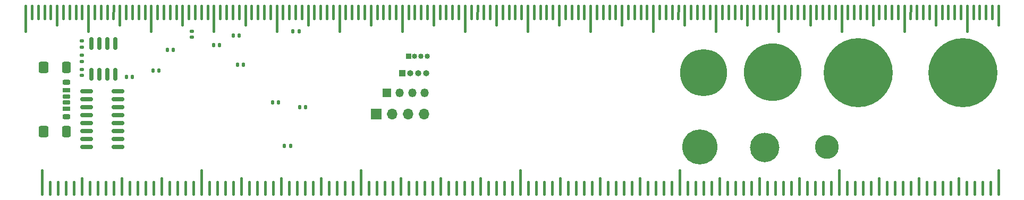
<source format=gts>
G04 #@! TF.GenerationSoftware,KiCad,Pcbnew,8.0.5*
G04 #@! TF.CreationDate,2024-09-12T21:57:31+02:00*
G04 #@! TF.ProjectId,Ruler_IPRL_KiCad,52756c65-725f-4495-9052-4c5f4b694361,rev?*
G04 #@! TF.SameCoordinates,Original*
G04 #@! TF.FileFunction,Soldermask,Top*
G04 #@! TF.FilePolarity,Negative*
%FSLAX46Y46*%
G04 Gerber Fmt 4.6, Leading zero omitted, Abs format (unit mm)*
G04 Created by KiCad (PCBNEW 8.0.5) date 2024-09-12 21:57:31*
%MOMM*%
%LPD*%
G01*
G04 APERTURE LIST*
G04 Aperture macros list*
%AMRoundRect*
0 Rectangle with rounded corners*
0 $1 Rounding radius*
0 $2 $3 $4 $5 $6 $7 $8 $9 X,Y pos of 4 corners*
0 Add a 4 corners polygon primitive as box body*
4,1,4,$2,$3,$4,$5,$6,$7,$8,$9,$2,$3,0*
0 Add four circle primitives for the rounded corners*
1,1,$1+$1,$2,$3*
1,1,$1+$1,$4,$5*
1,1,$1+$1,$6,$7*
1,1,$1+$1,$8,$9*
0 Add four rect primitives between the rounded corners*
20,1,$1+$1,$2,$3,$4,$5,0*
20,1,$1+$1,$4,$5,$6,$7,0*
20,1,$1+$1,$6,$7,$8,$9,0*
20,1,$1+$1,$8,$9,$2,$3,0*%
G04 Aperture macros list end*
%ADD10C,0.381000*%
%ADD11R,0.850000X0.850000*%
%ADD12O,0.850000X0.850000*%
%ADD13RoundRect,0.135000X0.135000X0.185000X-0.135000X0.185000X-0.135000X-0.185000X0.135000X-0.185000X0*%
%ADD14RoundRect,0.147500X0.147500X0.172500X-0.147500X0.172500X-0.147500X-0.172500X0.147500X-0.172500X0*%
%ADD15R,1.000000X1.000000*%
%ADD16O,1.000000X1.000000*%
%ADD17C,7.500000*%
%ADD18C,11.000000*%
%ADD19C,4.700000*%
%ADD20RoundRect,0.140000X-0.170000X0.140000X-0.170000X-0.140000X0.170000X-0.140000X0.170000X0.140000X0*%
%ADD21RoundRect,0.135000X0.185000X-0.135000X0.185000X0.135000X-0.185000X0.135000X-0.185000X-0.135000X0*%
%ADD22C,3.800000*%
%ADD23RoundRect,0.175000X-0.425000X0.175000X-0.425000X-0.175000X0.425000X-0.175000X0.425000X0.175000X0*%
%ADD24RoundRect,0.190000X0.410000X-0.190000X0.410000X0.190000X-0.410000X0.190000X-0.410000X-0.190000X0*%
%ADD25RoundRect,0.200000X0.400000X-0.200000X0.400000X0.200000X-0.400000X0.200000X-0.400000X-0.200000X0*%
%ADD26RoundRect,0.175000X0.425000X-0.175000X0.425000X0.175000X-0.425000X0.175000X-0.425000X-0.175000X0*%
%ADD27RoundRect,0.190000X-0.410000X0.190000X-0.410000X-0.190000X0.410000X-0.190000X0.410000X0.190000X0*%
%ADD28RoundRect,0.200000X-0.400000X0.200000X-0.400000X-0.200000X0.400000X-0.200000X0.400000X0.200000X0*%
%ADD29RoundRect,0.250000X-0.425000X0.650000X-0.425000X-0.650000X0.425000X-0.650000X0.425000X0.650000X0*%
%ADD30RoundRect,0.250000X-0.500000X0.650000X-0.500000X-0.650000X0.500000X-0.650000X0.500000X0.650000X0*%
%ADD31RoundRect,0.147500X-0.172500X0.147500X-0.172500X-0.147500X0.172500X-0.147500X0.172500X0.147500X0*%
%ADD32R,1.350000X1.350000*%
%ADD33O,1.350000X1.350000*%
%ADD34C,5.600000*%
%ADD35R,1.700000X1.700000*%
%ADD36O,1.700000X1.700000*%
%ADD37C,9.200000*%
%ADD38RoundRect,0.150000X0.850000X0.150000X-0.850000X0.150000X-0.850000X-0.150000X0.850000X-0.150000X0*%
%ADD39RoundRect,0.150000X0.150000X-0.825000X0.150000X0.825000X-0.150000X0.825000X-0.150000X-0.825000X0*%
G04 APERTURE END LIST*
D10*
X75000020Y-85000000D02*
X75000020Y-89000000D01*
X76000780Y-85000000D02*
X76000020Y-87000000D01*
X77000380Y-85000000D02*
X76999620Y-87000000D01*
X78000380Y-85000000D02*
X77999620Y-87000000D01*
X79000380Y-85000000D02*
X78999620Y-87000000D01*
X80001280Y-85000000D02*
X80001280Y-88000000D01*
X81000380Y-85000000D02*
X80999620Y-87000000D01*
X82000380Y-85000000D02*
X81999620Y-87000000D01*
X83000380Y-85000000D02*
X82999620Y-87000000D01*
X84000380Y-85000000D02*
X83999620Y-87000000D01*
X85000400Y-85000000D02*
X85000400Y-89000000D01*
X86001160Y-85000000D02*
X86000400Y-87000000D01*
X87000760Y-85000000D02*
X87000000Y-87000000D01*
X88000760Y-85000000D02*
X88000000Y-87000000D01*
X89000760Y-85000000D02*
X89000000Y-87000000D01*
X90001660Y-85000000D02*
X90001660Y-88000000D01*
X91000760Y-85000000D02*
X91000000Y-87000000D01*
X92000760Y-85000000D02*
X92000000Y-87000000D01*
X93000760Y-85000000D02*
X93000000Y-87000000D01*
X94000760Y-85000000D02*
X94000000Y-87000000D01*
X94998360Y-85000000D02*
X94998360Y-89000000D01*
X95999120Y-85000000D02*
X95998360Y-87000000D01*
X96998720Y-85000000D02*
X96997960Y-87000000D01*
X97998720Y-85000000D02*
X97997960Y-87000000D01*
X98998720Y-85000000D02*
X98997960Y-87000000D01*
X99999620Y-85000000D02*
X99999620Y-88000000D01*
X100998720Y-85000000D02*
X100997960Y-87000000D01*
X101998720Y-85000000D02*
X101997960Y-87000000D01*
X102998720Y-85000000D02*
X102997960Y-87000000D01*
X103998720Y-85000000D02*
X103997960Y-87000000D01*
X104998740Y-85000000D02*
X104998740Y-89000000D01*
X105999500Y-85000000D02*
X105998740Y-87000000D01*
X106999100Y-85000000D02*
X106998340Y-87000000D01*
X107999100Y-85000000D02*
X107998340Y-87000000D01*
X108999100Y-85000000D02*
X108998340Y-87000000D01*
X110000000Y-85000000D02*
X110000000Y-88000000D01*
X110999100Y-85000000D02*
X110998340Y-87000000D01*
X111999100Y-85000000D02*
X111998340Y-87000000D01*
X112999100Y-85000000D02*
X112998340Y-87000000D01*
X113999100Y-85000000D02*
X113998340Y-87000000D01*
X114998360Y-85000000D02*
X114998360Y-89000000D01*
X115999120Y-85000000D02*
X115998360Y-87000000D01*
X116998720Y-85000000D02*
X116997960Y-87000000D01*
X117998720Y-85000000D02*
X117997960Y-87000000D01*
X118998720Y-85000000D02*
X118997960Y-87000000D01*
X119999620Y-85000000D02*
X119999620Y-88000000D01*
X120998720Y-85000000D02*
X120997960Y-87000000D01*
X121998720Y-85000000D02*
X121997960Y-87000000D01*
X122998720Y-85000000D02*
X122997960Y-87000000D01*
X123998720Y-85000000D02*
X123997960Y-87000000D01*
X124998740Y-85000000D02*
X124998740Y-89000000D01*
X125999500Y-85000000D02*
X125998740Y-87000000D01*
X126999100Y-85000000D02*
X126998340Y-87000000D01*
X127999100Y-85000000D02*
X127998340Y-87000000D01*
X128999100Y-85000000D02*
X128998340Y-87000000D01*
X130000000Y-85000000D02*
X130000000Y-88000000D01*
X130999100Y-85000000D02*
X130998340Y-87000000D01*
X131999100Y-85000000D02*
X131998340Y-87000000D01*
X132999100Y-85000000D02*
X132998340Y-87000000D01*
X133999100Y-85000000D02*
X133998340Y-87000000D01*
X134996700Y-85000000D02*
X134996700Y-89000000D01*
X135997460Y-85000000D02*
X135996700Y-87000000D01*
X136997060Y-85000000D02*
X136996300Y-87000000D01*
X137997060Y-85000000D02*
X137996300Y-87000000D01*
X138997060Y-85000000D02*
X138996300Y-87000000D01*
X139997960Y-85000000D02*
X139997960Y-88000000D01*
X140997060Y-85000000D02*
X140996300Y-87000000D01*
X141997060Y-85000000D02*
X141996300Y-87000000D01*
X142997060Y-85000000D02*
X142996300Y-87000000D01*
X143997060Y-85000000D02*
X143996300Y-87000000D01*
X144997080Y-85000000D02*
X144997080Y-89000000D01*
X145997840Y-85000000D02*
X145997080Y-87000000D01*
X146997440Y-85000000D02*
X146996680Y-87000000D01*
X147997440Y-85000000D02*
X147996680Y-87000000D01*
X148997440Y-85000000D02*
X148996680Y-87000000D01*
X149998340Y-85000000D02*
X149998340Y-88000000D01*
X150997440Y-85000000D02*
X150996680Y-87000000D01*
X151997440Y-85000000D02*
X151996680Y-87000000D01*
X152997440Y-85000000D02*
X152996680Y-87000000D01*
X153997440Y-85000000D02*
X153996680Y-87000000D01*
X155003340Y-85000000D02*
X155003340Y-89000000D01*
X156004100Y-85000000D02*
X156003340Y-87000000D01*
X157003700Y-85000000D02*
X157002940Y-87000000D01*
X158003700Y-85000000D02*
X158002940Y-87000000D01*
X159003700Y-85000000D02*
X159002940Y-87000000D01*
X160004600Y-85000000D02*
X160004600Y-88000000D01*
X161003700Y-85000000D02*
X161002940Y-87000000D01*
X162003700Y-85000000D02*
X162002940Y-87000000D01*
X163003700Y-85000000D02*
X163002940Y-87000000D01*
X164003700Y-85000000D02*
X164002940Y-87000000D01*
X165003720Y-85000000D02*
X165003720Y-89000000D01*
X166004480Y-85000000D02*
X166003720Y-87000000D01*
X167004080Y-85000000D02*
X167003320Y-87000000D01*
X168004080Y-85000000D02*
X168003320Y-87000000D01*
X169004080Y-85000000D02*
X169003320Y-87000000D01*
X170004980Y-85000000D02*
X170004980Y-88000000D01*
X171004080Y-85000000D02*
X171003320Y-87000000D01*
X172004080Y-85000000D02*
X172003320Y-87000000D01*
X173004080Y-85000000D02*
X173003320Y-87000000D01*
X174004080Y-85000000D02*
X174003320Y-87000000D01*
X175001680Y-85000000D02*
X175001680Y-89000000D01*
X176002440Y-85000000D02*
X176001680Y-87000000D01*
X177002040Y-85000000D02*
X177001280Y-87000000D01*
X178002040Y-85000000D02*
X178001280Y-87000000D01*
X179002040Y-85000000D02*
X179001280Y-87000000D01*
X180002940Y-85000000D02*
X180002940Y-88000000D01*
X181002040Y-85000000D02*
X181001280Y-87000000D01*
X182002040Y-85000000D02*
X182001280Y-87000000D01*
X183002040Y-85000000D02*
X183001280Y-87000000D01*
X184002040Y-85000000D02*
X184001280Y-87000000D01*
X185002060Y-85000000D02*
X185002060Y-89000000D01*
X186002820Y-85000000D02*
X186002060Y-87000000D01*
X187002420Y-85000000D02*
X187001660Y-87000000D01*
X188002420Y-85000000D02*
X188001660Y-87000000D01*
X189002420Y-85000000D02*
X189001660Y-87000000D01*
X190003320Y-85000000D02*
X190003320Y-88000000D01*
X191002420Y-85000000D02*
X191001660Y-87000000D01*
X192002420Y-85000000D02*
X192001660Y-87000000D01*
X193002420Y-85000000D02*
X193001660Y-87000000D01*
X194002420Y-85000000D02*
X194001660Y-87000000D01*
X195001680Y-85000000D02*
X195001680Y-89000000D01*
X196002440Y-85000000D02*
X196001680Y-87000000D01*
X197002040Y-85000000D02*
X197001280Y-87000000D01*
X198002040Y-85000000D02*
X198001280Y-87000000D01*
X199002040Y-85000000D02*
X199001280Y-87000000D01*
X200002940Y-85000000D02*
X200002940Y-88000000D01*
X201002040Y-85000000D02*
X201001280Y-87000000D01*
X202002040Y-85000000D02*
X202001280Y-87000000D01*
X203002040Y-85000000D02*
X203001280Y-87000000D01*
X204002040Y-85000000D02*
X204001280Y-87000000D01*
X205002060Y-85000000D02*
X205002060Y-89000000D01*
X206002820Y-85000000D02*
X206002060Y-87000000D01*
X207002420Y-85000000D02*
X207001660Y-87000000D01*
X208002420Y-85000000D02*
X208001660Y-87000000D01*
X209002420Y-85000000D02*
X209001660Y-87000000D01*
X210003320Y-85000000D02*
X210003320Y-88000000D01*
X211002420Y-85000000D02*
X211001660Y-87000000D01*
X212002420Y-85000000D02*
X212001660Y-87000000D01*
X213002420Y-85000000D02*
X213001660Y-87000000D01*
X214002420Y-85000000D02*
X214001660Y-87000000D01*
X215000020Y-85000000D02*
X215000020Y-89000000D01*
X216000780Y-85000000D02*
X216000020Y-87000000D01*
X217000380Y-85000000D02*
X216999620Y-87000000D01*
X218000380Y-85000000D02*
X217999620Y-87000000D01*
X219000380Y-85000000D02*
X218999620Y-87000000D01*
X220001280Y-85000000D02*
X220001280Y-88000000D01*
X221000380Y-85000000D02*
X220999620Y-87000000D01*
X222000380Y-85000000D02*
X221999620Y-87000000D01*
X223000380Y-85000000D02*
X222999620Y-87000000D01*
X224000380Y-85000000D02*
X223999620Y-87000000D01*
X225000400Y-85000000D02*
X225000400Y-89000000D01*
X226000380Y-85000000D02*
X225999620Y-87000000D01*
X226999980Y-85000000D02*
X226999220Y-87000000D01*
X227999980Y-85000000D02*
X227999220Y-87000000D01*
X228999980Y-85000000D02*
X228999220Y-87000000D01*
X230002060Y-85000000D02*
X230002060Y-88000000D01*
X77600000Y-115000000D02*
X77600000Y-111190000D01*
X78870000Y-115000000D02*
X78870000Y-113095000D01*
X80140000Y-115000000D02*
X80140000Y-113095000D01*
X81410000Y-115000000D02*
X81410000Y-113095000D01*
X82680000Y-115000000D02*
X82680000Y-113095000D01*
X83950000Y-115000000D02*
X83950000Y-112460000D01*
X85220000Y-115000000D02*
X85220000Y-113095000D01*
X86490000Y-115000000D02*
X86490000Y-113095000D01*
X87760000Y-115000000D02*
X87760000Y-113095000D01*
X89030000Y-115000000D02*
X89030000Y-113095000D01*
X90300000Y-115000000D02*
X90300000Y-112460000D01*
X91570000Y-115000000D02*
X91570000Y-113095000D01*
X92840000Y-115000000D02*
X92840000Y-113095000D01*
X94110000Y-115000000D02*
X94110000Y-113095000D01*
X95380000Y-115000000D02*
X95380000Y-113095000D01*
X96650000Y-115000000D02*
X96650000Y-112460000D01*
X97920000Y-115000000D02*
X97920000Y-113095000D01*
X99190000Y-115000000D02*
X99190000Y-113095000D01*
X100460000Y-115000000D02*
X100460000Y-113095000D01*
X101730000Y-115000000D02*
X101730000Y-113095000D01*
X103000000Y-115000000D02*
X103000000Y-111190000D01*
X104270000Y-115000000D02*
X104270000Y-113095000D01*
X105540000Y-115000000D02*
X105540000Y-113095000D01*
X106810000Y-115000000D02*
X106810000Y-113095000D01*
X108080000Y-115000000D02*
X108080000Y-113095000D01*
X109350000Y-115000000D02*
X109350000Y-112460000D01*
X110620000Y-115000000D02*
X110620000Y-113095000D01*
X111890000Y-115000000D02*
X111890000Y-113095000D01*
X113160000Y-115000000D02*
X113160000Y-113095000D01*
X114430000Y-115000000D02*
X114430000Y-113095000D01*
X115700000Y-115000000D02*
X115700000Y-112460000D01*
X116970000Y-115000000D02*
X116970000Y-113095000D01*
X118240000Y-115000000D02*
X118240000Y-113095000D01*
X119510000Y-115000000D02*
X119510000Y-113095000D01*
X120780000Y-115000000D02*
X120780000Y-113095000D01*
X122050000Y-115000000D02*
X122050000Y-112460000D01*
X123320000Y-115000000D02*
X123320000Y-113095000D01*
X124590000Y-115000000D02*
X124590000Y-113095000D01*
X125860000Y-115000000D02*
X125860000Y-113095000D01*
X127130000Y-115000000D02*
X127130000Y-113095000D01*
X128400000Y-115000000D02*
X128400000Y-111190000D01*
X129670000Y-115000000D02*
X129670000Y-113095000D01*
X130940000Y-115000000D02*
X130940000Y-113095000D01*
X132210000Y-115000000D02*
X132210000Y-113095000D01*
X133480000Y-115000000D02*
X133480000Y-113095000D01*
X134750000Y-115000000D02*
X134750000Y-112460000D01*
X136020000Y-115000000D02*
X136020000Y-113095000D01*
X137290000Y-115000000D02*
X137290000Y-113095000D01*
X138560000Y-115000000D02*
X138560000Y-113095000D01*
X139830000Y-115000000D02*
X139830000Y-113095000D01*
X141100000Y-115000000D02*
X141100000Y-112460000D01*
X142370000Y-115000000D02*
X142370000Y-113095000D01*
X143640000Y-115000000D02*
X143640000Y-113095000D01*
X144910000Y-115000000D02*
X144910000Y-113095000D01*
X146180000Y-115000000D02*
X146180000Y-113095000D01*
X147450000Y-115000000D02*
X147450000Y-112460000D01*
X148720000Y-115000000D02*
X148720000Y-113095000D01*
X149990000Y-115000000D02*
X149990000Y-113095000D01*
X151260000Y-115000000D02*
X151260000Y-113095000D01*
X152530000Y-115000000D02*
X152530000Y-113095000D01*
X153800000Y-115000000D02*
X153800000Y-111190000D01*
X155070000Y-115000000D02*
X155070000Y-113095000D01*
X156340000Y-115000000D02*
X156340000Y-113095000D01*
X157610000Y-115000000D02*
X157610000Y-113095000D01*
X158880000Y-115000000D02*
X158880000Y-113095000D01*
X160150000Y-115000000D02*
X160150000Y-112460000D01*
X161420000Y-115000000D02*
X161420000Y-113095000D01*
X162690000Y-115000000D02*
X162690000Y-113095000D01*
X163960000Y-115000000D02*
X163960000Y-113095000D01*
X165230000Y-115000000D02*
X165230000Y-113095000D01*
X166500000Y-115000000D02*
X166500000Y-112460000D01*
X167770000Y-115000000D02*
X167770000Y-113095000D01*
X169040000Y-115000000D02*
X169040000Y-113095000D01*
X170310000Y-115000000D02*
X170310000Y-113095000D01*
X171580000Y-115000000D02*
X171580000Y-113095000D01*
X172850000Y-115000000D02*
X172850000Y-112460000D01*
X174120000Y-115000000D02*
X174120000Y-113095000D01*
X175390000Y-115000000D02*
X175390000Y-113095000D01*
X176660000Y-115000000D02*
X176660000Y-113095000D01*
X177930000Y-115000000D02*
X177930000Y-113095000D01*
X179200000Y-115000000D02*
X179200000Y-111190000D01*
X180470000Y-115000000D02*
X180470000Y-113095000D01*
X181740000Y-115000000D02*
X181740000Y-113095000D01*
X183010000Y-115000000D02*
X183010000Y-113095000D01*
X184280000Y-115000000D02*
X184280000Y-113095000D01*
X185550000Y-115000000D02*
X185550000Y-112460000D01*
X186820000Y-115000000D02*
X186820000Y-113095000D01*
X188090000Y-115000000D02*
X188090000Y-113095000D01*
X189360000Y-115000000D02*
X189360000Y-113095000D01*
X190630000Y-115000000D02*
X190630000Y-113095000D01*
X191900000Y-115000000D02*
X191900000Y-112460000D01*
X193170000Y-115000000D02*
X193170000Y-113095000D01*
X194440000Y-115000000D02*
X194440000Y-113095000D01*
X195710000Y-115000000D02*
X195710000Y-113095000D01*
X196980000Y-115000000D02*
X196980000Y-113095000D01*
X198250000Y-115000000D02*
X198250000Y-112460000D01*
X199520000Y-115000000D02*
X199520000Y-113095000D01*
X200790000Y-115000000D02*
X200790000Y-113095000D01*
X202060000Y-115000000D02*
X202060000Y-113095000D01*
X203330000Y-115000000D02*
X203330000Y-113095000D01*
X204600000Y-115000000D02*
X204600000Y-111190000D01*
X205870000Y-115000000D02*
X205870000Y-113095000D01*
X207140000Y-115000000D02*
X207140000Y-113095000D01*
X208410000Y-115000000D02*
X208410000Y-113095000D01*
X209680000Y-115000000D02*
X209680000Y-113095000D01*
X210950000Y-115000000D02*
X210950000Y-112460000D01*
X212220000Y-115000000D02*
X212220000Y-113095000D01*
X213490000Y-115000000D02*
X213490000Y-113095000D01*
X214760000Y-115000000D02*
X214760000Y-113095000D01*
X216030000Y-115000000D02*
X216030000Y-113095000D01*
X217300000Y-115000000D02*
X217300000Y-112460000D01*
X218570000Y-115000000D02*
X218570000Y-113095000D01*
X219840000Y-115000000D02*
X219840000Y-113095000D01*
X221110000Y-115000000D02*
X221110000Y-113095000D01*
X222380000Y-115000000D02*
X222380000Y-113095000D01*
X223650000Y-115000000D02*
X223650000Y-112460000D01*
X224920000Y-115000000D02*
X224920000Y-113095000D01*
X226190000Y-115000000D02*
X226190000Y-113095000D01*
X227460000Y-115000000D02*
X227460000Y-113095000D01*
X228730000Y-115000000D02*
X228730000Y-113095000D01*
X230000000Y-115000000D02*
X230000000Y-111190000D01*
D11*
X136000000Y-93010000D03*
D12*
X137000000Y-93010000D03*
X138000000Y-93010000D03*
X139000000Y-93010000D03*
D13*
X118622000Y-89027000D03*
X117602000Y-89027000D03*
D14*
X96266000Y-95250000D03*
X95296000Y-95250000D03*
X109047000Y-89662000D03*
X108077000Y-89662000D03*
D15*
X135020000Y-95740000D03*
D16*
X136290000Y-95740000D03*
X137560000Y-95740000D03*
X138830000Y-95740000D03*
D17*
X183050000Y-95650000D03*
D18*
X207675000Y-95625000D03*
D19*
X192730000Y-107542500D03*
D20*
X83947000Y-95123000D03*
X83947000Y-96083000D03*
D14*
X109728000Y-94361000D03*
X108758000Y-94361000D03*
D21*
X83947000Y-93857000D03*
X83947000Y-92837000D03*
D14*
X98552000Y-91948000D03*
X97582000Y-91948000D03*
X119634000Y-101092000D03*
X118664000Y-101092000D03*
D22*
X202660000Y-107500000D03*
D18*
X224300000Y-95625000D03*
D14*
X115316000Y-100330000D03*
X114346000Y-100330000D03*
X92029000Y-96266000D03*
X91059000Y-96266000D03*
D23*
X81532500Y-99404000D03*
D24*
X81532500Y-101424000D03*
D25*
X81532500Y-102654000D03*
D26*
X81532500Y-100404000D03*
D27*
X81532500Y-98384000D03*
D28*
X81532500Y-97154000D03*
D29*
X81477500Y-94779000D03*
D30*
X77897500Y-94779000D03*
D29*
X81477500Y-105029000D03*
D30*
X77897500Y-105029000D03*
D14*
X117221000Y-107315000D03*
X116251000Y-107315000D03*
D31*
X101473000Y-89027000D03*
X101473000Y-89997000D03*
D32*
X132600000Y-98870000D03*
D33*
X134600000Y-98870000D03*
X136600000Y-98870000D03*
X138600000Y-98870000D03*
D34*
X182470000Y-107500000D03*
D35*
X130900000Y-102220000D03*
D36*
X133440000Y-102220000D03*
X135980000Y-102220000D03*
X138520000Y-102220000D03*
D14*
X105918000Y-91186000D03*
X104948000Y-91186000D03*
D37*
X194000000Y-95525000D03*
D38*
X89709000Y-107442000D03*
X89709000Y-106172000D03*
X89709000Y-104902000D03*
X89709000Y-103632000D03*
X89709000Y-102362000D03*
X89709000Y-101092000D03*
X89709000Y-99822000D03*
X89709000Y-98552000D03*
X84709000Y-98552000D03*
X84709000Y-99822000D03*
X84709000Y-101092000D03*
X84709000Y-102362000D03*
X84709000Y-103632000D03*
X84709000Y-104902000D03*
X84709000Y-106172000D03*
X84709000Y-107442000D03*
D21*
X83947000Y-91567000D03*
X83947000Y-90547000D03*
D39*
X85471000Y-95885000D03*
X86741000Y-95885000D03*
X88011000Y-95885000D03*
X89281000Y-95885000D03*
X89281000Y-90935000D03*
X88011000Y-90935000D03*
X86741000Y-90935000D03*
X85471000Y-90935000D03*
M02*

</source>
